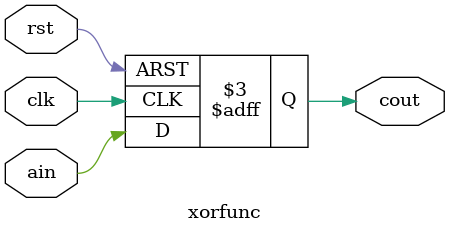
<source format=v>
module xorfunc(
    input ain,
    input  clk,
    input rst,
    output reg cout
);
always @(posedge clk or negedge rst)
begin
    if (!rst)
        cout <= 0;
    else
        cout <= ain;
end
endmodule
</source>
